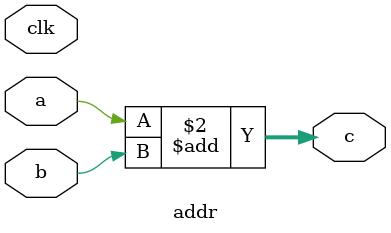
<source format=v>
module addr(a,b,c,clk);
  input a;
  input clk;
  input b;
  output reg [2:0]c;
  
  always @(*)
    begin
      c = a+b;
    end
endmodule


</source>
